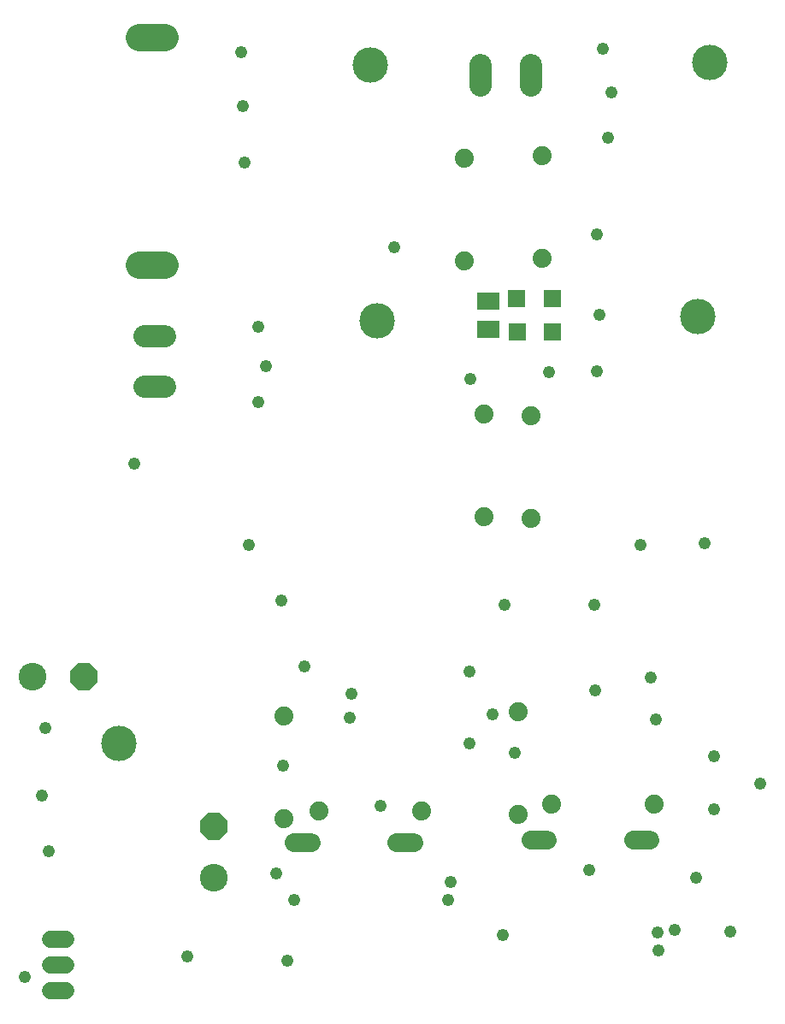
<source format=gbs>
G04 EAGLE Gerber RS-274X export*
G75*
%MOMM*%
%FSLAX34Y34*%
%LPD*%
%INSoldermask Bottom*%
%IPPOS*%
%AMOC8*
5,1,8,0,0,1.08239X$1,22.5*%
G01*
%ADD10C,3.505200*%
%ADD11C,2.743200*%
%ADD12P,2.969212X8X22.500000*%
%ADD13C,1.879600*%
%ADD14C,1.727200*%
%ADD15R,1.703200X1.703200*%
%ADD16R,2.203200X1.803200*%
%ADD17C,2.184400*%
%ADD18C,1.879600*%
%ADD19P,2.969212X8X112.500000*%
%ADD20C,2.743200*%
%ADD21C,1.209600*%


D10*
X372000Y941260D03*
D11*
X37700Y335700D03*
D12*
X88500Y335700D03*
D10*
X378600Y687760D03*
D13*
X286600Y297100D03*
X286600Y195500D03*
X422800Y203000D03*
X321200Y203000D03*
D10*
X708500Y943860D03*
X696200Y692560D03*
D13*
X518700Y301500D03*
X518700Y199900D03*
X653400Y210200D03*
X551800Y210200D03*
D10*
X123300Y269960D03*
D14*
X70720Y25000D02*
X55480Y25000D01*
X55480Y50400D02*
X70720Y50400D01*
X70720Y75800D02*
X55480Y75800D01*
D15*
X552200Y710000D03*
X517200Y710000D03*
X517800Y677500D03*
X552800Y677500D03*
D16*
X489000Y708000D03*
X489000Y680000D03*
D17*
X480854Y921394D02*
X480854Y941206D01*
X530892Y941206D02*
X530892Y921394D01*
X168706Y672646D02*
X148894Y672646D01*
X148894Y622608D02*
X168706Y622608D01*
D18*
X632418Y174500D02*
X649182Y174500D01*
X547582Y174500D02*
X530818Y174500D01*
X415182Y172000D02*
X398418Y172000D01*
X313582Y172000D02*
X296818Y172000D01*
D11*
X217500Y137100D03*
D19*
X217500Y187900D03*
D20*
X168700Y742978D02*
X143300Y742978D01*
X143300Y968022D02*
X168700Y968022D01*
D13*
X484500Y494200D03*
X484500Y595800D03*
X465500Y747200D03*
X465500Y848800D03*
X531500Y492200D03*
X531500Y593800D03*
X542500Y750200D03*
X542500Y851800D03*
D21*
X353500Y319000D03*
X278500Y141000D03*
X138000Y547000D03*
X252000Y466000D03*
X284000Y411000D03*
X640000Y466000D03*
X505000Y407000D03*
X703000Y468000D03*
X594000Y407000D03*
X470000Y341000D03*
X470000Y270000D03*
X290000Y55000D03*
X191000Y59000D03*
X30000Y39000D03*
X54000Y163000D03*
X47000Y218000D03*
X50000Y285000D03*
X712000Y205000D03*
X758000Y230000D03*
X712000Y257000D03*
X351500Y295000D03*
X493500Y299000D03*
X382500Y208000D03*
X695000Y137000D03*
X449500Y115000D03*
X296500Y115000D03*
X588500Y145000D03*
X451500Y133000D03*
X244000Y954000D03*
X246000Y901000D03*
X248000Y845000D03*
X611000Y914000D03*
X602000Y957000D03*
X654500Y294000D03*
X649500Y335000D03*
X306500Y346000D03*
X286000Y247500D03*
X396000Y761000D03*
X261000Y682000D03*
X269000Y643000D03*
X261000Y608000D03*
X471000Y631000D03*
X594500Y322000D03*
X515500Y261000D03*
X596000Y638000D03*
X596000Y774000D03*
X549000Y637000D03*
X599000Y694000D03*
X656220Y82780D03*
X657000Y65000D03*
X503000Y80000D03*
X673491Y85509D03*
X728456Y83544D03*
X607000Y869000D03*
M02*

</source>
